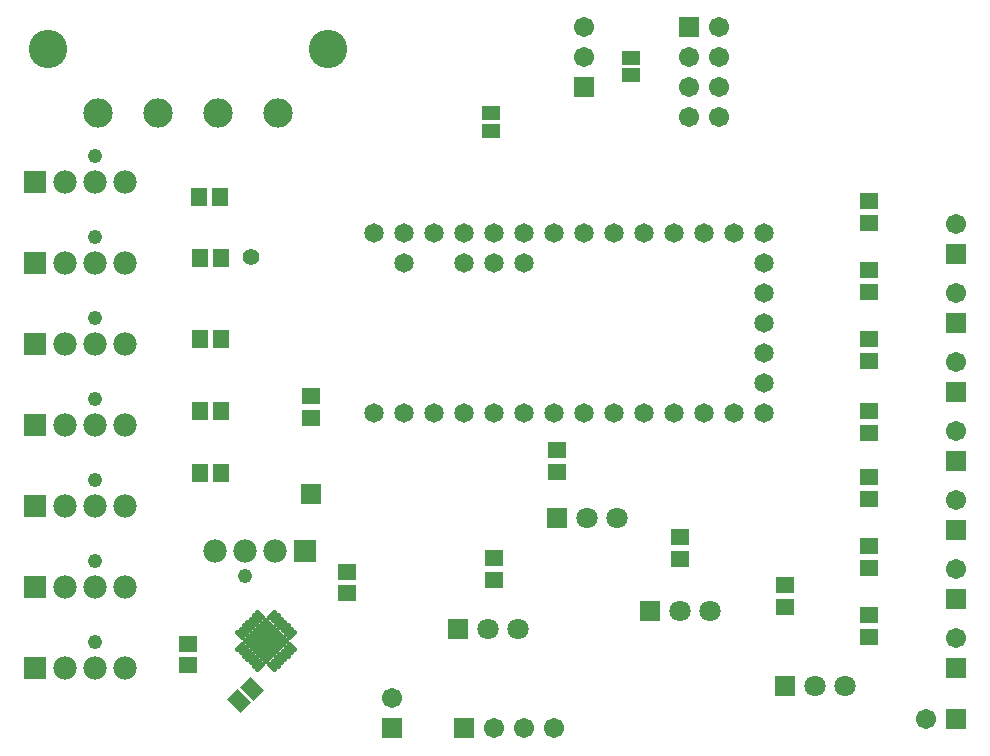
<source format=gts>
G04 Layer_Color=8388736*
%FSAX24Y24*%
%MOIN*%
G70*
G01*
G75*
%ADD40R,0.0631X0.0513*%
%ADD41R,0.0631X0.0552*%
G04:AMPARAMS|DCode=42|XSize=63.1mil|YSize=51.3mil|CornerRadius=0mil|HoleSize=0mil|Usage=FLASHONLY|Rotation=315.000|XOffset=0mil|YOffset=0mil|HoleType=Round|Shape=Rectangle|*
%AMROTATEDRECTD42*
4,1,4,-0.0405,0.0042,-0.0042,0.0405,0.0405,-0.0042,0.0042,-0.0405,-0.0405,0.0042,0.0*
%
%ADD42ROTATEDRECTD42*%

%ADD43R,0.0552X0.0631*%
%ADD44P,0.1583X4X270.0*%
G04:AMPARAMS|DCode=45|XSize=15.9mil|YSize=41.5mil|CornerRadius=0mil|HoleSize=0mil|Usage=FLASHONLY|Rotation=225.000|XOffset=0mil|YOffset=0mil|HoleType=Round|Shape=Round|*
%AMOVALD45*
21,1,0.0256,0.0159,0.0000,0.0000,315.0*
1,1,0.0159,-0.0090,0.0090*
1,1,0.0159,0.0090,-0.0090*
%
%ADD45OVALD45*%

G04:AMPARAMS|DCode=46|XSize=15.9mil|YSize=41.5mil|CornerRadius=0mil|HoleSize=0mil|Usage=FLASHONLY|Rotation=315.000|XOffset=0mil|YOffset=0mil|HoleType=Round|Shape=Round|*
%AMOVALD46*
21,1,0.0256,0.0159,0.0000,0.0000,45.0*
1,1,0.0159,-0.0090,-0.0090*
1,1,0.0159,0.0090,0.0090*
%
%ADD46OVALD46*%

%ADD47R,0.0671X0.0671*%
%ADD48C,0.0671*%
%ADD49C,0.0650*%
%ADD50R,0.0671X0.0671*%
%ADD51C,0.0480*%
%ADD52C,0.0780*%
%ADD53R,0.0780X0.0780*%
%ADD54C,0.0710*%
%ADD55R,0.0710X0.0710*%
%ADD56C,0.1280*%
%ADD57C,0.0980*%
%ADD58C,0.0552*%
D40*
X060800Y050405D02*
D03*
Y050995D02*
D03*
X065450Y052845D02*
D03*
Y052255D02*
D03*
D41*
X070600Y035254D02*
D03*
Y034546D02*
D03*
X067100Y036854D02*
D03*
Y036146D02*
D03*
X073400Y034254D02*
D03*
Y033546D02*
D03*
Y036554D02*
D03*
Y035846D02*
D03*
Y038854D02*
D03*
Y038146D02*
D03*
Y041054D02*
D03*
Y040346D02*
D03*
Y043454D02*
D03*
Y042746D02*
D03*
Y045754D02*
D03*
Y045046D02*
D03*
Y048054D02*
D03*
Y047346D02*
D03*
X054800Y041554D02*
D03*
Y040846D02*
D03*
X063000Y039754D02*
D03*
Y039046D02*
D03*
X060900Y036154D02*
D03*
Y035446D02*
D03*
X056000Y034996D02*
D03*
Y035704D02*
D03*
X050700Y033304D02*
D03*
Y032596D02*
D03*
D42*
X052391Y031391D02*
D03*
X052809Y031809D02*
D03*
D43*
X051804Y041050D02*
D03*
X051096D02*
D03*
X051804Y043450D02*
D03*
X051096D02*
D03*
X051804Y046150D02*
D03*
X051096D02*
D03*
X051754Y048200D02*
D03*
X051046D02*
D03*
X051096Y039000D02*
D03*
X051804D02*
D03*
D44*
X053300Y033400D02*
D03*
D45*
X054170Y033198D02*
D03*
X054059Y033087D02*
D03*
X053947Y032975D02*
D03*
X053836Y032864D02*
D03*
X053725Y032753D02*
D03*
X053613Y032641D02*
D03*
X053502Y032530D02*
D03*
X052430Y033602D02*
D03*
X052541Y033713D02*
D03*
X052653Y033825D02*
D03*
X052764Y033936D02*
D03*
X052875Y034047D02*
D03*
X052987Y034159D02*
D03*
X053098Y034270D02*
D03*
D46*
Y032530D02*
D03*
X052987Y032641D02*
D03*
X052875Y032753D02*
D03*
X052764Y032864D02*
D03*
X052653Y032975D02*
D03*
X052541Y033087D02*
D03*
X052430Y033198D02*
D03*
X053502Y034270D02*
D03*
X053613Y034159D02*
D03*
X053725Y034047D02*
D03*
X053836Y033936D02*
D03*
X053947Y033825D02*
D03*
X054059Y033713D02*
D03*
X054170Y033602D02*
D03*
D47*
X063900Y051850D02*
D03*
X076300Y046300D02*
D03*
Y044000D02*
D03*
Y041700D02*
D03*
Y039400D02*
D03*
Y037100D02*
D03*
Y034800D02*
D03*
Y032500D02*
D03*
X057500Y030500D02*
D03*
X067400Y053850D02*
D03*
D48*
X063900Y052850D02*
D03*
Y053850D02*
D03*
X076300Y047300D02*
D03*
Y045000D02*
D03*
Y042700D02*
D03*
Y040400D02*
D03*
Y038100D02*
D03*
Y035800D02*
D03*
Y033500D02*
D03*
X057500Y031500D02*
D03*
X068400Y053850D02*
D03*
X067400Y052850D02*
D03*
X068400D02*
D03*
X067400Y051850D02*
D03*
X068400D02*
D03*
X067400Y050850D02*
D03*
X068400D02*
D03*
X075300Y030800D02*
D03*
X062900Y030500D02*
D03*
X060900D02*
D03*
X061900D02*
D03*
D49*
X056900Y041000D02*
D03*
X057900D02*
D03*
X058900D02*
D03*
X059900D02*
D03*
X060900D02*
D03*
X061900D02*
D03*
X062900D02*
D03*
X063900D02*
D03*
X064900D02*
D03*
X065900D02*
D03*
X066900D02*
D03*
X067900D02*
D03*
X068900D02*
D03*
X069900D02*
D03*
Y042000D02*
D03*
Y043000D02*
D03*
Y044000D02*
D03*
Y045000D02*
D03*
Y046000D02*
D03*
Y047000D02*
D03*
X068900D02*
D03*
X067900D02*
D03*
X066900D02*
D03*
X065900D02*
D03*
X064900D02*
D03*
X063900D02*
D03*
X062900D02*
D03*
X061900D02*
D03*
X060900D02*
D03*
X059900D02*
D03*
X058900D02*
D03*
X057900D02*
D03*
X056900D02*
D03*
X057900Y046000D02*
D03*
X059900D02*
D03*
X060900D02*
D03*
X061900D02*
D03*
D50*
X054800Y038300D02*
D03*
X076300Y030800D02*
D03*
X059900Y030500D02*
D03*
D51*
X047600Y049550D02*
D03*
Y046850D02*
D03*
Y044150D02*
D03*
Y041450D02*
D03*
Y038750D02*
D03*
X047599Y036050D02*
D03*
X047600Y033350D02*
D03*
X052600Y035550D02*
D03*
D52*
X048600Y048700D02*
D03*
X047600D02*
D03*
X046600D02*
D03*
X048600Y046000D02*
D03*
X047600D02*
D03*
X046600D02*
D03*
X048600Y043300D02*
D03*
X047600D02*
D03*
X046600D02*
D03*
X048600Y040600D02*
D03*
X047600D02*
D03*
X046600D02*
D03*
X048600Y037900D02*
D03*
X047600D02*
D03*
X046600D02*
D03*
X048599Y035200D02*
D03*
X047599D02*
D03*
X046599D02*
D03*
X048600Y032500D02*
D03*
X047600D02*
D03*
X046600D02*
D03*
X051600Y036400D02*
D03*
X052600D02*
D03*
X053600D02*
D03*
D53*
X045600Y048700D02*
D03*
Y046000D02*
D03*
Y043300D02*
D03*
Y040600D02*
D03*
Y037900D02*
D03*
X045599Y035200D02*
D03*
X045600Y032500D02*
D03*
X054600Y036400D02*
D03*
D54*
X061700Y033800D02*
D03*
X060700D02*
D03*
X065000Y037500D02*
D03*
X064000D02*
D03*
X068100Y034400D02*
D03*
X067100D02*
D03*
X072600Y031900D02*
D03*
X071600D02*
D03*
D55*
X059700Y033800D02*
D03*
X063000Y037500D02*
D03*
X066100Y034400D02*
D03*
X070600Y031900D02*
D03*
D56*
X055365Y053146D02*
D03*
X046035D02*
D03*
D57*
X053700Y051000D02*
D03*
X051700D02*
D03*
X049700D02*
D03*
X047700D02*
D03*
D58*
X052800Y046200D02*
D03*
X053300Y033400D02*
D03*
M02*

</source>
